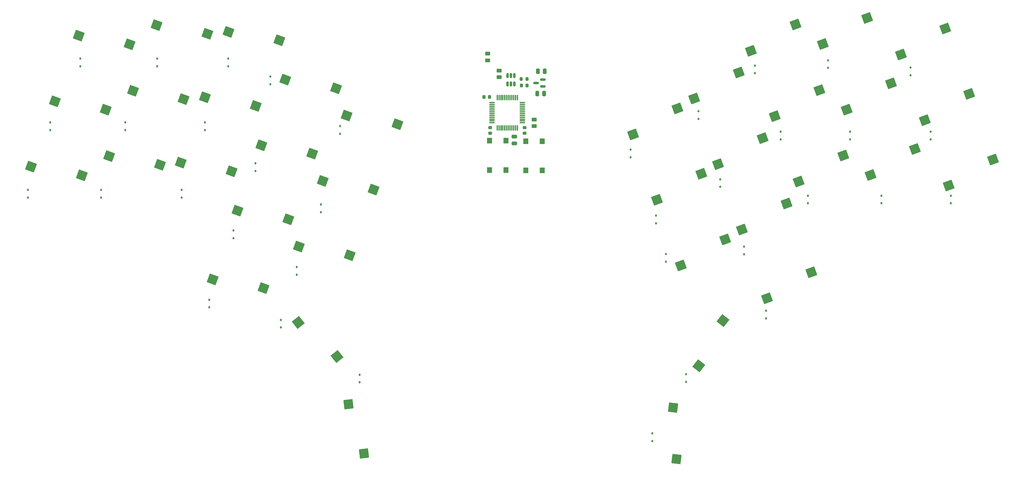
<source format=gbr>
%TF.GenerationSoftware,KiCad,Pcbnew,(7.0.0)*%
%TF.CreationDate,2023-03-04T17:22:36-05:00*%
%TF.ProjectId,pteropus,70746572-6f70-4757-932e-6b696361645f,rev?*%
%TF.SameCoordinates,Original*%
%TF.FileFunction,Paste,Bot*%
%TF.FilePolarity,Positive*%
%FSLAX46Y46*%
G04 Gerber Fmt 4.6, Leading zero omitted, Abs format (unit mm)*
G04 Created by KiCad (PCBNEW (7.0.0)) date 2023-03-04 17:22:36*
%MOMM*%
%LPD*%
G01*
G04 APERTURE LIST*
G04 Aperture macros list*
%AMRoundRect*
0 Rectangle with rounded corners*
0 $1 Rounding radius*
0 $2 $3 $4 $5 $6 $7 $8 $9 X,Y pos of 4 corners*
0 Add a 4 corners polygon primitive as box body*
4,1,4,$2,$3,$4,$5,$6,$7,$8,$9,$2,$3,0*
0 Add four circle primitives for the rounded corners*
1,1,$1+$1,$2,$3*
1,1,$1+$1,$4,$5*
1,1,$1+$1,$6,$7*
1,1,$1+$1,$8,$9*
0 Add four rect primitives between the rounded corners*
20,1,$1+$1,$2,$3,$4,$5,0*
20,1,$1+$1,$4,$5,$6,$7,0*
20,1,$1+$1,$6,$7,$8,$9,0*
20,1,$1+$1,$8,$9,$2,$3,0*%
%AMRotRect*
0 Rectangle, with rotation*
0 The origin of the aperture is its center*
0 $1 length*
0 $2 width*
0 $3 Rotation angle, in degrees counterclockwise*
0 Add horizontal line*
21,1,$1,$2,0,0,$3*%
G04 Aperture macros list end*
%ADD10RotRect,2.550000X2.500000X20.000000*%
%ADD11RotRect,2.550000X2.500000X340.000000*%
%ADD12RotRect,2.550000X2.500000X308.410000*%
%ADD13RotRect,2.550000X2.500000X51.590000*%
%ADD14RotRect,2.550000X2.500000X276.810000*%
%ADD15RotRect,2.550000X2.500000X83.190000*%
%ADD16RoundRect,0.112500X0.112500X-0.187500X0.112500X0.187500X-0.112500X0.187500X-0.112500X-0.187500X0*%
%ADD17R,1.400000X1.600000*%
%ADD18RoundRect,0.250000X0.450000X-0.262500X0.450000X0.262500X-0.450000X0.262500X-0.450000X-0.262500X0*%
%ADD19RoundRect,0.250000X0.475000X-0.250000X0.475000X0.250000X-0.475000X0.250000X-0.475000X-0.250000X0*%
%ADD20RoundRect,0.225000X-0.225000X-0.250000X0.225000X-0.250000X0.225000X0.250000X-0.225000X0.250000X0*%
%ADD21RoundRect,0.150000X0.150000X-0.512500X0.150000X0.512500X-0.150000X0.512500X-0.150000X-0.512500X0*%
%ADD22RoundRect,0.250000X-0.250000X-0.475000X0.250000X-0.475000X0.250000X0.475000X-0.250000X0.475000X0*%
%ADD23RoundRect,0.112500X-0.112500X0.187500X-0.112500X-0.187500X0.112500X-0.187500X0.112500X0.187500X0*%
%ADD24RoundRect,0.225000X0.225000X0.250000X-0.225000X0.250000X-0.225000X-0.250000X0.225000X-0.250000X0*%
%ADD25RoundRect,0.200000X-0.200000X-0.275000X0.200000X-0.275000X0.200000X0.275000X-0.200000X0.275000X0*%
%ADD26RoundRect,0.250000X-0.450000X0.262500X-0.450000X-0.262500X0.450000X-0.262500X0.450000X0.262500X0*%
%ADD27RoundRect,0.250000X0.250000X0.475000X-0.250000X0.475000X-0.250000X-0.475000X0.250000X-0.475000X0*%
%ADD28RoundRect,0.075000X0.075000X-0.662500X0.075000X0.662500X-0.075000X0.662500X-0.075000X-0.662500X0*%
%ADD29RoundRect,0.075000X0.662500X-0.075000X0.662500X0.075000X-0.662500X0.075000X-0.662500X-0.075000X0*%
%ADD30RoundRect,0.225000X-0.250000X0.225000X-0.250000X-0.225000X0.250000X-0.225000X0.250000X0.225000X0*%
%ADD31RoundRect,0.150000X0.587500X0.150000X-0.587500X0.150000X-0.587500X-0.150000X0.587500X-0.150000X0*%
G04 APERTURE END LIST*
D10*
%TO.C,SW19*%
X67392203Y-22505054D03*
X55246192Y-29628852D03*
%TD*%
D11*
%TO.C,SW27*%
X-45382870Y-54513667D03*
X-59266344Y-52163507D03*
%TD*%
%TO.C,SW5*%
X-64562870Y4186331D03*
X-78446344Y6536491D03*
%TD*%
D10*
%TO.C,SW18*%
X50688203Y-32309054D03*
X38542192Y-39432852D03*
%TD*%
%TO.C,SW12*%
X117316203Y7424944D03*
X105170192Y301146D03*
%TD*%
%TO.C,SW10*%
X76384203Y8488944D03*
X64238192Y1365146D03*
%TD*%
%TO.C,SW11*%
X95995203Y10305944D03*
X83849192Y3182146D03*
%TD*%
D11*
%TO.C,SW16*%
X-55571870Y-26807667D03*
X-69455344Y-24457507D03*
%TD*%
%TO.C,SW4*%
X-84174870Y6003331D03*
X-98058344Y8353491D03*
%TD*%
%TO.C,SW14*%
X-90689870Y-11897667D03*
X-104573344Y-9547507D03*
%TD*%
%TO.C,SW25*%
X-77593870Y-31615667D03*
X-91477344Y-29265507D03*
%TD*%
D10*
%TO.C,SW8*%
X44173203Y-14408054D03*
X32027192Y-21531852D03*
%TD*%
D11*
%TO.C,SW15*%
X-71046870Y-13714667D03*
X-84930344Y-11364507D03*
%TD*%
D10*
%TO.C,SW28*%
X57204203Y-50211054D03*
X45058192Y-57334852D03*
%TD*%
D11*
%TO.C,SW3*%
X-105495870Y3122331D03*
X-119379344Y5472491D03*
%TD*%
D10*
%TO.C,SW20*%
X82899203Y-9412054D03*
X70753192Y-16535852D03*
%TD*%
D12*
%TO.C,SW34*%
X-48815507Y-82227623D03*
X-59410604Y-72953033D03*
%TD*%
D10*
%TO.C,SW38*%
X80748203Y-59200054D03*
X68602192Y-66323852D03*
%TD*%
D11*
%TO.C,SW26*%
X-62086870Y-44708667D03*
X-75970344Y-42358507D03*
%TD*%
%TO.C,SW24*%
X-97205870Y-29798667D03*
X-111089344Y-27448507D03*
%TD*%
D10*
%TO.C,SW22*%
X123832203Y-10476054D03*
X111686192Y-17599852D03*
%TD*%
D11*
%TO.C,SW33*%
X-68927870Y-63502667D03*
X-82811344Y-61152507D03*
%TD*%
D10*
%TO.C,SW32*%
X130347203Y-28377054D03*
X118201192Y-35500852D03*
%TD*%
D13*
%TO.C,SW37*%
X56630267Y-72370124D03*
X50015782Y-84800839D03*
%TD*%
D10*
%TO.C,SW9*%
X60877203Y-4604054D03*
X48731192Y-11727852D03*
%TD*%
D11*
%TO.C,SW6*%
X-49055870Y-8906667D03*
X-62939344Y-6556507D03*
%TD*%
%TO.C,SW7*%
X-32351870Y-18710667D03*
X-46235344Y-16360507D03*
%TD*%
D10*
%TO.C,SW31*%
X109026203Y-25496054D03*
X96880192Y-32619852D03*
%TD*%
D11*
%TO.C,SW13*%
X-112011870Y-14778667D03*
X-125895344Y-12428507D03*
%TD*%
D10*
%TO.C,SW30*%
X89415203Y-27313054D03*
X77269192Y-34436852D03*
%TD*%
%TO.C,SW21*%
X102510203Y-7595054D03*
X90364192Y-14718852D03*
%TD*%
%TO.C,SW29*%
X73908203Y-40406054D03*
X61762192Y-47529852D03*
%TD*%
D14*
%TO.C,SW35*%
X-41494988Y-108715249D03*
X-45659363Y-95264150D03*
%TD*%
D11*
%TO.C,SW17*%
X-38867870Y-36611667D03*
X-52751344Y-34261507D03*
%TD*%
D15*
%TO.C,SW36*%
X42985690Y-96224003D03*
X43865475Y-110277476D03*
%TD*%
D11*
%TO.C,SW23*%
X-118526870Y-32679667D03*
X-132410344Y-30329507D03*
%TD*%
D16*
%TO.C,D25*%
X-59800000Y-59900000D03*
X-59800000Y-57800000D03*
%TD*%
%TO.C,D6*%
X31325000Y-27800000D03*
X31325000Y-25700000D03*
%TD*%
%TO.C,D29*%
X99825000Y-40362500D03*
X99825000Y-38262500D03*
%TD*%
%TO.C,D7*%
X49900000Y-17300000D03*
X49900000Y-15200000D03*
%TD*%
%TO.C,D9*%
X85325000Y-3362500D03*
X85325000Y-1262500D03*
%TD*%
%TO.C,D21*%
X-133221250Y-38762500D03*
X-133221250Y-36662500D03*
%TD*%
D17*
%TO.C,SW2*%
X-7199999Y-23249999D03*
X-7199999Y-31249999D03*
X-2699999Y-23249999D03*
X-2699999Y-31249999D03*
%TD*%
D16*
%TO.C,D10*%
X107825000Y-5362500D03*
X107825000Y-3262500D03*
%TD*%
D18*
%TO.C,R1*%
X5000000Y-19262500D03*
X5000000Y-17437500D03*
%TD*%
D19*
%TO.C,C3*%
X-400000Y-24000000D03*
X-400000Y-22100000D03*
%TD*%
D20*
%TO.C,C4*%
X1525000Y-8150000D03*
X3075000Y-8150000D03*
%TD*%
D16*
%TO.C,D27*%
X62325000Y-54300000D03*
X62325000Y-52200000D03*
%TD*%
D21*
%TO.C,U2*%
X-372548Y-7724244D03*
X-1322548Y-7724244D03*
X-2272548Y-7724244D03*
X-2272548Y-5449244D03*
X-1322548Y-5449244D03*
X-372548Y-5449244D03*
%TD*%
D16*
%TO.C,D30*%
X118825000Y-40362500D03*
X118825000Y-38262500D03*
%TD*%
D17*
%TO.C,SW1*%
X7199999Y-31349999D03*
X7199999Y-23349999D03*
X2699999Y-31349999D03*
X2699999Y-23349999D03*
%TD*%
D22*
%TO.C,C1*%
X6027452Y-4250000D03*
X7927452Y-4250000D03*
%TD*%
D16*
%TO.C,D11*%
X-127175000Y-20300000D03*
X-127175000Y-18200000D03*
%TD*%
%TO.C,D28*%
X79825000Y-40362500D03*
X79825000Y-38262500D03*
%TD*%
%TO.C,D17*%
X55825000Y-35862500D03*
X55825000Y-33762500D03*
%TD*%
D23*
%TO.C,D26*%
X41000000Y-54200000D03*
X41000000Y-56300000D03*
%TD*%
D16*
%TO.C,D5*%
X-48000000Y-21370000D03*
X-48000000Y-19270000D03*
%TD*%
%TO.C,D31*%
X-83675000Y-68800000D03*
X-83675000Y-66700000D03*
%TD*%
%TO.C,D35*%
X46500000Y-89200000D03*
X46500000Y-87100000D03*
%TD*%
D24*
%TO.C,C6*%
X-7125000Y-11250000D03*
X-8675000Y-11250000D03*
%TD*%
D16*
%TO.C,D15*%
X-53200000Y-42800000D03*
X-53200000Y-40700000D03*
%TD*%
%TO.C,D4*%
X-67000000Y-7800000D03*
X-67000000Y-5700000D03*
%TD*%
%TO.C,D3*%
X-78500000Y-2900000D03*
X-78500000Y-800000D03*
%TD*%
%TO.C,D1*%
X-118900000Y-2900000D03*
X-118900000Y-800000D03*
%TD*%
%TO.C,D36*%
X68325000Y-71800000D03*
X68325000Y-69700000D03*
%TD*%
%TO.C,D20*%
X113325000Y-22862500D03*
X113325000Y-20762500D03*
%TD*%
%TO.C,D2*%
X-97900000Y-2900000D03*
X-97900000Y-800000D03*
%TD*%
%TO.C,D12*%
X-106675000Y-20300000D03*
X-106675000Y-18200000D03*
%TD*%
D25*
%TO.C,FB1*%
X1437500Y-6386744D03*
X3087500Y-6386744D03*
%TD*%
D16*
%TO.C,D16*%
X38325000Y-45800000D03*
X38325000Y-43700000D03*
%TD*%
%TO.C,D8*%
X65325000Y-4800000D03*
X65325000Y-2700000D03*
%TD*%
D26*
%TO.C,R2*%
X-4500000Y-4074244D03*
X-4500000Y-5899244D03*
%TD*%
D16*
%TO.C,D14*%
X-71100000Y-31500000D03*
X-71100000Y-29400000D03*
%TD*%
D27*
%TO.C,C2*%
X7750000Y-10350000D03*
X5850000Y-10350000D03*
%TD*%
D23*
%TO.C,D34*%
X37325000Y-103262500D03*
X37325000Y-105362500D03*
%TD*%
D28*
%TO.C,U3*%
X427452Y-19749244D03*
X-72548Y-19749244D03*
X-572548Y-19749244D03*
X-1072548Y-19749244D03*
X-1572548Y-19749244D03*
X-2072548Y-19749244D03*
X-2572548Y-19749244D03*
X-3072548Y-19749244D03*
X-3572548Y-19749244D03*
X-4072548Y-19749244D03*
X-4572548Y-19749244D03*
X-5072548Y-19749244D03*
D29*
X-6485048Y-18336744D03*
X-6485048Y-17836744D03*
X-6485048Y-17336744D03*
X-6485048Y-16836744D03*
X-6485048Y-16336744D03*
X-6485048Y-15836744D03*
X-6485048Y-15336744D03*
X-6485048Y-14836744D03*
X-6485048Y-14336744D03*
X-6485048Y-13836744D03*
X-6485048Y-13336744D03*
X-6485048Y-12836744D03*
D28*
X-5072548Y-11424244D03*
X-4572548Y-11424244D03*
X-4072548Y-11424244D03*
X-3572548Y-11424244D03*
X-3072548Y-11424244D03*
X-2572548Y-11424244D03*
X-2072548Y-11424244D03*
X-1572548Y-11424244D03*
X-1072548Y-11424244D03*
X-572548Y-11424244D03*
X-72548Y-11424244D03*
X427452Y-11424244D03*
D29*
X1839952Y-12836744D03*
X1839952Y-13336744D03*
X1839952Y-13836744D03*
X1839952Y-14336744D03*
X1839952Y-14836744D03*
X1839952Y-15336744D03*
X1839952Y-15836744D03*
X1839952Y-16336744D03*
X1839952Y-16836744D03*
X1839952Y-17336744D03*
X1839952Y-17836744D03*
X1839952Y-18336744D03*
%TD*%
D30*
%TO.C,C5*%
X2400000Y-19675000D03*
X2400000Y-21225000D03*
%TD*%
D16*
%TO.C,D32*%
X-64175000Y-74300000D03*
X-64175000Y-72200000D03*
%TD*%
D30*
%TO.C,C7*%
X-7000000Y-19675000D03*
X-7000000Y-21225000D03*
%TD*%
D23*
%TO.C,D33*%
X-42675000Y-87200000D03*
X-42675000Y-89300000D03*
%TD*%
D26*
%TO.C,R3*%
X-7700000Y562500D03*
X-7700000Y-1262500D03*
%TD*%
D16*
%TO.C,D23*%
X-91221250Y-38762500D03*
X-91221250Y-36662500D03*
%TD*%
%TO.C,D13*%
X-84900000Y-20300000D03*
X-84900000Y-18200000D03*
%TD*%
D31*
%TO.C,U1*%
X7414952Y-6536744D03*
X7414952Y-8436744D03*
X5539952Y-7486744D03*
%TD*%
D16*
%TO.C,D19*%
X91325000Y-22862500D03*
X91325000Y-20762500D03*
%TD*%
%TO.C,D18*%
X72325000Y-22862500D03*
X72325000Y-20762500D03*
%TD*%
%TO.C,D22*%
X-113221250Y-38762500D03*
X-113221250Y-36662500D03*
%TD*%
%TO.C,D24*%
X-77100000Y-49900000D03*
X-77100000Y-47800000D03*
%TD*%
M02*

</source>
